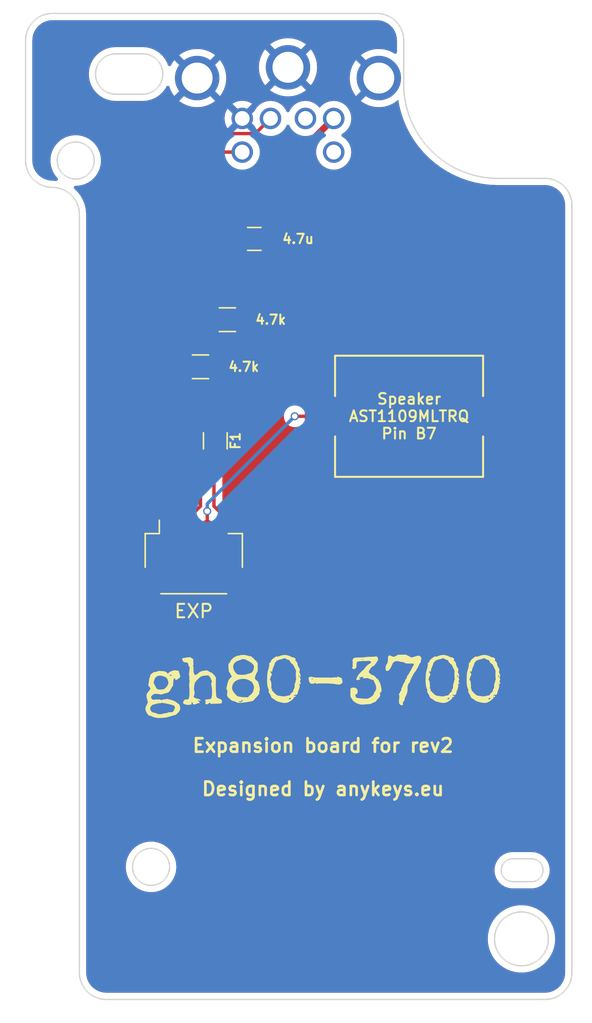
<source format=kicad_pcb>
(kicad_pcb (version 20200916) (generator pcbnew)
  (layers (0 "F.Cu" signal) (31 "B.Cu" signal) (34 "B.Paste" user) (35 "F.Paste" user) (36 "B.SilkS" user) (37 "F.SilkS" user) (38 "B.Mask" user) (39 "F.Mask" user) (44 "Edge.Cuts" user))
  (net 0 "")
  (net 1 "GND")
  (net 2 "VCC")
  (net 3 "CLK")
  (net 4 "DATA")
  (net 5 "Net-(F1-Pad2)")
  (net 6 "speaker")
  (module "Keeb_components:R_0805" (layer "F.Cu") (at 57.9 22.75)
    (fp_text reference "R1" hide)
    (fp_text value "4.7k" (at 2 0) (layer "F.SilkS") (effects (font (size 0.7 0.7)) (justify left)))
    (pad "1" smd rect (at -1.1 0) (size 1.2 1.3) (layers "F.Cu" "F.Paste" "F.Mask") (net 3 "CLK"))
    (pad "2" smd rect (at 1.1 0) (size 1.2 1.3) (layers "F.Cu" "F.Paste" "F.Mask") (net 2 "VCC"))
  )
  (module "Keeb_components:C_0805" (layer "F.Cu") (at 59.9 16.75)
    (fp_text reference "C1")
    (fp_text value "4.7u" (at 2 0) (layer "F.SilkS") (effects (font (size 0.7 0.7)) (justify left)))
    (pad "1" smd rect (at -1.1 0) (size 1.2 1.25) (layers "F.Cu" "F.Paste" "F.Mask") (net 2 "VCC"))
    (pad "2" smd rect (at 1.1 0) (size 1.2 1.25) (layers "F.Cu" "F.Paste" "F.Mask") (net 1 "GND"))
  )
  (module "Keeb_components:R_0805" (layer "F.Cu") (at 57.000001 31.75 -90)
    (fp_text reference "F1" (at 0 -1.5 -90) (layer "F.SilkS") (effects (font (size 0.7 0.7))))
    (fp_text value "Polyfuse" hide)
    (pad "1" smd rect (at -1.1 0 270) (size 1.2 1.3) (layers "F.Cu" "F.Paste" "F.Mask") (net 2 "VCC"))
    (pad "2" smd rect (at 1.1 0 270) (size 1.2 1.3) (layers "F.Cu" "F.Paste" "F.Mask") (net 5 "Net-(F1-Pad2)"))
  )
  (module "footprints:ps2_connector" (layer "F.Cu") (at 62.399999 -0.7)
    (fp_text reference "K1" hide)
    (fp_text value "PS2_FEMALE" hide)
    (pad "1" thru_hole circle (at -1.3 8.5) (size 1.6 1.6) (drill 1.1) (layers *.Cu *.Mask) (net 4 "DATA"))
    (pad "2" thru_hole circle (at 1.3 8.5) (size 1.6 1.6) (drill 1.1) (layers *.Cu *.Mask))
    (pad "3" thru_hole circle (at -3.4 8.5) (size 1.6 1.6) (drill 1.1) (layers *.Cu *.Mask) (net 1 "GND"))
    (pad "3" thru_hole circle (at 0 4.7) (size 3.3 3.3) (drill 2.3) (layers *.Cu *.Mask) (net 1 "GND"))
    (pad "3" thru_hole circle (at -6.75 5.5) (size 3.3 3.3) (drill 2.3) (layers *.Cu *.Mask) (net 1 "GND"))
    (pad "3" thru_hole circle (at 6.75 5.5) (size 3.3 3.3) (drill 2.3) (layers *.Cu *.Mask) (net 1 "GND"))
    (pad "4" thru_hole circle (at 3.4 8.5) (size 1.6 1.6) (drill 1.1) (layers *.Cu *.Mask) (net 2 "VCC"))
    (pad "5" thru_hole circle (at -3.4 11) (size 1.6 1.6) (drill 1.1) (layers *.Cu *.Mask) (net 3 "CLK"))
    (pad "6" thru_hole circle (at 3.4 11) (size 1.6 1.6) (drill 1.1) (layers *.Cu *.Mask))
  )
  (module "Connector_JST:JST_SH_SM05B-SRSS-TB_1x05-1MP_P1.00mm_Horizontal" (layer "F.Cu") (at 55.4 40.425)
    (fp_text reference "J1" hide)
    (fp_text value "EXP" (at 0 3.98) (layer "F.SilkS"))
    (pad "1" smd roundrect (at -2 -2) (size 0.6 1.55) (layers "F.Cu" "F.Paste" "F.Mask") (net 1 "GND"))
    (pad "2" smd roundrect (at -1 -2) (size 0.6 1.55) (layers "F.Cu" "F.Paste" "F.Mask") (net 4 "DATA"))
    (pad "3" smd roundrect (at 0 -2) (size 0.6 1.55) (layers "F.Cu" "F.Paste" "F.Mask") (net 3 "CLK"))
    (pad "4" smd roundrect (at 1 -2) (size 0.6 1.55) (layers "F.Cu" "F.Paste" "F.Mask") (net 6 "speaker"))
    (pad "5" smd roundrect (at 2 -2) (size 0.6 1.55) (layers "F.Cu" "F.Paste" "F.Mask") (net 5 "Net-(F1-Pad2)"))
    (pad "MP" smd roundrect (at 3.3 1.875) (size 1.2 1.8) (layers "F.Cu" "F.Paste" "F.Mask") (roundrect_rratio 0.2083325))
    (pad "MP" smd roundrect (at -3.3 1.875) (size 1.2 1.8) (layers "F.Cu" "F.Paste" "F.Mask") (roundrect_rratio 0.2083325))
  )
  (module "Keeb_components:speaker_AST1109MLTRQ" (layer "F.Cu") (at 71.399999 29.925)
    (fp_text reference "LS1" hide)
    (fp_text value "Speaker")
    (pad "1" smd rect (at -6.5 0) (size 2.5 2.5) (layers "F.Cu" "F.Paste" "F.Mask") (net 6 "speaker"))
    (pad "2" smd rect (at 6.5 0) (size 2.5 2.5) (layers "F.Cu" "F.Paste" "F.Mask") (net 1 "GND"))
  )
  (module "Keeb_components:R_0805" (layer "F.Cu") (at 55.9 26.25)
    (fp_text reference "R2" hide)
    (fp_text value "4.7k" (at 2 0) (layer "F.SilkS") (effects (font (size 0.7 0.7)) (justify left)))
    (pad "1" smd rect (at -1.1 0) (size 1.2 1.3) (layers "F.Cu" "F.Paste" "F.Mask") (net 4 "DATA"))
    (pad "2" smd rect (at 1.1 0) (size 1.2 1.3) (layers "F.Cu" "F.Paste" "F.Mask") (net 2 "VCC"))
  )
  (module "footprints:logo" (layer "F.Cu") (at 65 50)
    (fp_text reference "G***" hide)
    (fp_text value "LOGO" hide)
  )
  (gr_line (start 79.1 62.8) (end 80.5 62.8) (layer "Edge.Cuts") (width 0.1))
  (gr_line (start 69 0) (end 44.899998 0) (layer "Edge.Cuts") (width 0.1))
  (gr_arc (start 78 5.249999) (end 71 5.249999) (angle -90) (layer "Edge.Cuts") (width 0.1))
  (gr_arc (start 51.599999 4.5) (end 51.599999 6) (angle -180) (layer "Edge.Cuts") (width 0.1))
  (gr_line (start 78 12.249999) (end 81.500001 12.249999) (layer "Edge.Cuts") (width 0.1))
  (gr_arc (start 48.9 71.25) (end 46.9 71.249999) (angle -90) (layer "Edge.Cuts") (width 0.1))
  (gr_arc (start 79.1 63.65) (end 79.1 62.8) (angle -180) (layer "Edge.Cuts") (width 0.1))
  (gr_arc (start 69 1.999999) (end 70.999999 1.999999) (angle -90) (layer "Edge.Cuts") (width 0.1))
  (gr_line (start 51.599999 6) (end 49.6 6) (layer "Edge.Cuts") (width 0.1))
  (gr_arc (start 81.5 14.249999) (end 83.5 14.25) (angle -90) (layer "Edge.Cuts") (width 0.1))
  (gr_arc (start 44.899999 1.999999) (end 44.899998 0.000001) (angle -90) (layer "Edge.Cuts") (width 0.1))
  (gr_arc (start 44.899999 14.925) (end 46.899998 14.925) (angle -90) (layer "Edge.Cuts") (width 0.1))
  (gr_circle (center 52.224999 63.399999) (end 53.599999 63.399999) (layer "Edge.Cuts") (width 0.1))
  (gr_circle (center 79.75 68.75) (end 81.75 68.75) (layer "Edge.Cuts") (width 0.1))
  (gr_arc (start 44.899999 10.925001) (end 44.899999 12.925001) (angle 90) (layer "Edge.Cuts") (width 0.1))
  (gr_line (start 70.999999 1.999999) (end 70.999999 5.249999) (layer "Edge.Cuts") (width 0.1))
  (gr_line (start 80.5 64.5) (end 79.1 64.5) (layer "Edge.Cuts") (width 0.1))
  (gr_line (start 42.899999 10.925) (end 42.899999 1.999999) (layer "Edge.Cuts") (width 0.1))
  (gr_line (start 46.899998 14.925) (end 46.9 71.249999) (layer "Edge.Cuts") (width 0.1))
  (gr_arc (start 81.499999 71.25) (end 81.5 73.25) (angle -90) (layer "Edge.Cuts") (width 0.1))
  (gr_line (start 48.899999 73.25) (end 81.5 73.25) (layer "Edge.Cuts") (width 0.1))
  (gr_arc (start 80.5 63.65) (end 80.5 64.5) (angle -180) (layer "Edge.Cuts") (width 0.1))
  (gr_arc (start 49.6 4.5) (end 49.6 3) (angle -180) (layer "Edge.Cuts") (width 0.1))
  (gr_line (start 49.6 3) (end 51.599999 3) (layer "Edge.Cuts") (width 0.1))
  (gr_line (start 83.5 71.249999) (end 83.5 14.25) (layer "Edge.Cuts") (width 0.1))
  (gr_circle (center 46.624999 10.925) (end 47.999999 10.925) (layer "Edge.Cuts") (width 0.1))
  (gr_text "Speaker\nAST1109MLTRQ\nPin B7" (at 71.399999 29.925) (layer "F.SilkS") (effects (font (size 0.8 0.8))))
  (gr_text "Expansion board for rev2\n\nDesigned by anykeys.eu" (at 65 56) (layer "F.SilkS") (effects (font (size 1 1) (thickness 0.2))))
  (segment (start 57.000001 26.250001) (end 57 26.25) (width 0.5) (layer "F.Cu") (net 2))
  (segment (start 59 22.75) (end 59 16) (width 0.5) (layer "F.Cu") (net 2))
  (segment (start 58 23.749999) (end 59 22.75) (width 0.5) (layer "F.Cu") (net 2))
  (segment (start 57 26.25) (end 57 24.749999) (width 0.5) (layer "F.Cu") (net 2))
  (segment (start 57 24.749999) (end 58 23.749999) (width 0.5) (layer "F.Cu") (net 2))
  (segment (start 65.799999 7.8) (end 59 14.599999) (width 0.5) (layer "F.Cu") (net 2))
  (segment (start 59 14.599999) (end 59 16) (width 0.5) (layer "F.Cu") (net 2))
  (segment (start 57.000001 30.65) (end 57.000001 26.250001) (width 0.5) (layer "F.Cu") (net 2))
  (segment (start 57.599999 10.3) (end 58.999999 10.3) (width 0.25) (layer "F.Cu") (net 3))
  (segment (start 55.9 32.6) (end 55.9 31.850001) (width 0.25) (layer "F.Cu") (net 3))
  (segment (start 55.9 23.65) (end 56.8 22.75) (width 0.25) (layer "F.Cu") (net 3))
  (segment (start 56.8 11.099999) (end 57.599999 10.3) (width 0.25) (layer "F.Cu") (net 3))
  (segment (start 55.9 36.6) (end 55.9 31.850001) (width 0.25) (layer "F.Cu") (net 3))
  (segment (start 55.9 31.850001) (end 55.9 23.65) (width 0.25) (layer "F.Cu") (net 3))
  (segment (start 56.8 22.75) (end 56.8 11.099999) (width 0.25) (layer "F.Cu") (net 3))
  (segment (start 55.4 38.425) (end 55.4 37.1) (width 0.25) (layer "F.Cu") (net 3))
  (segment (start 55.4 37.1) (end 55.9 36.6) (width 0.25) (layer "F.Cu") (net 3))
  (segment (start 54.9 32.6) (end 54.9 31.649999) (width 0.25) (layer "F.Cu") (net 4))
  (segment (start 54.9 26.35) (end 54.8 26.25) (width 0.25) (layer "F.Cu") (net 4))
  (segment (start 54.8 22.914998) (end 54.8 23.8) (width 0.25) (layer "F.Cu") (net 4))
  (segment (start 54.9 36.6) (end 54.4 37.1) (width 0.25) (layer "F.Cu") (net 4))
  (segment (start 54.9 36.6) (end 54.9 31.649999) (width 0.25) (layer "F.Cu") (net 4))
  (segment (start 61.099999 7.8) (end 59.974998 8.925001) (width 0.25) (layer "F.Cu") (net 4))
  (segment (start 54.8 23.8) (end 54.8 26.25) (width 0.25) (layer "F.Cu") (net 4))
  (segment (start 54.4 37.1) (end 54.4 38.425) (width 0.25) (layer "F.Cu") (net 4))
  (segment (start 54.8 23.8) (end 54.8 11.599999) (width 0.25) (layer "F.Cu") (net 4))
  (segment (start 54.8 11.599999) (end 57.474998 8.925001) (width 0.25) (layer "F.Cu") (net 4))
  (segment (start 59.974998 8.925001) (end 57.474998 8.925001) (width 0.25) (layer "F.Cu") (net 4))
  (segment (start 54.9 31.649999) (end 54.9 26.35) (width 0.25) (layer "F.Cu") (net 4))
  (segment (start 56.9 36.6) (end 56.9 32.950001) (width 0.25) (layer "F.Cu") (net 5))
  (segment (start 56.9 32.950001) (end 57.000001 32.85) (width 0.25) (layer "F.Cu") (net 5))
  (segment (start 57.4 38.425) (end 57.4 37.1) (width 0.25) (layer "F.Cu") (net 5))
  (segment (start 57.4 37.1) (end 56.9 36.6) (width 0.25) (layer "F.Cu") (net 5))
  (segment (start 62.899999 29.925) (end 64.899999 29.925) (width 0.25) (layer "F.Cu") (net 6))
  (segment (start 56.4 38.425) (end 56.4 36.975) (width 0.25) (layer "F.Cu") (net 6))
  (via (at 56.4 36.975) (size 0.6) (drill 0.4) (layers "F.Cu" "B.Cu") (net 6))
  (via (at 62.899999 29.925) (size 0.6) (drill 0.4) (layers "F.Cu" "B.Cu") (net 6))
  (segment (start 56.4 36.975) (end 56.4 36.424999) (width 0.25) (layer "B.Cu") (net 6))
  (segment (start 56.4 36.424999) (end 62.899999 29.925) (width 0.25) (layer "B.Cu") (net 6))
  (zone (net 1) (net_name "GND") (layer "F.Cu") (connect_pads (clearance 0.5)) (min_thickness 0.254) (fill yes (thermal_gap 0.508) (thermal_bridge_width 0.508))
    (polygon (pts (xy 85 75) (xy 41 75) (xy 41 -1) (xy 85 -1)))
  )
  (zone (net 1) (net_name "GND") (layer "B.Cu") (connect_pads (clearance 0.5)) (min_thickness 0.254) (fill yes (thermal_gap 0.508) (thermal_bridge_width 0.508))
    (polygon (pts (xy 85 75) (xy 41 75) (xy 41 -1) (xy 85 -1)))
  )
)
</source>
